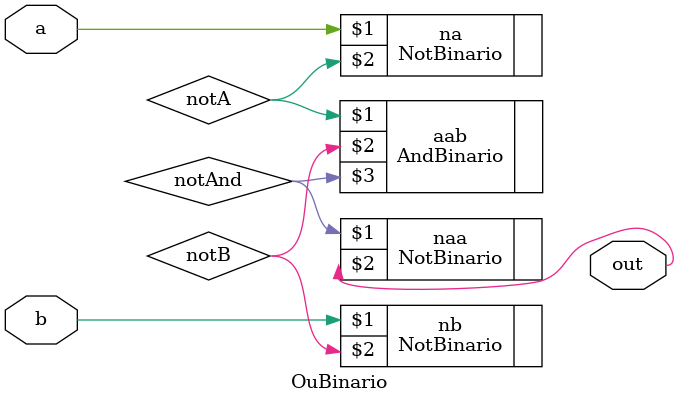
<source format=v>
module OuBinario(a,b,out);
	input a;
	input b;
	output out;
	wire notA, notB,notAnd;
	
	NotBinario na(a,notA);
	NotBinario nb(b,notB);
	AndBinario aab(notA,notB,notAnd);
	NotBinario naa(notAnd,out);
endmodule 

</source>
